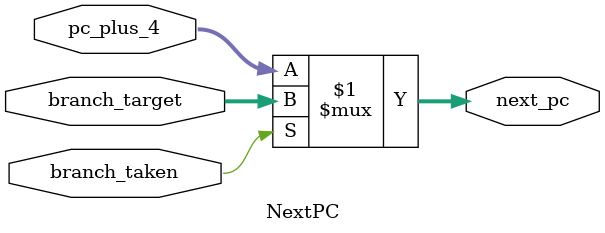
<source format=v>
module NextPC (
    input [31:0] pc_plus_4,
    input [31:0] branch_target,
    input branch_taken,  // Control signal to decide between next instruction and branch
    output [31:0] next_pc
);
    assign next_pc = branch_taken ? branch_target : pc_plus_4;
endmodule

</source>
